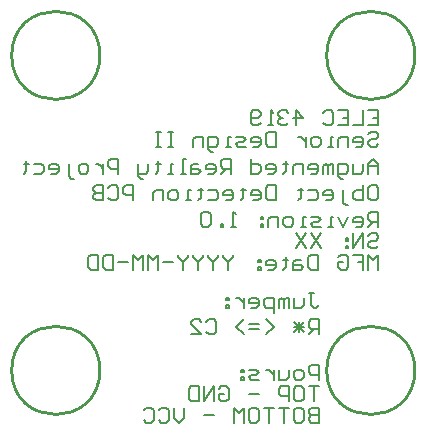
<source format=gbr>
G04 Layer_Color=32896*
%FSLAX26Y26*%
%MOIN*%
%TF.FileFunction,Legend,Bot*%
%TF.Part,Single*%
G01*
G75*
%TA.AperFunction,NonConductor*%
%ADD23C,0.010000*%
%ADD24C,0.005000*%
D23*
X1422054Y225000D02*
G03*
X1422054Y225000I-147054J0D01*
G01*
X372054D02*
G03*
X372054Y225000I-147054J0D01*
G01*
Y1275000D02*
G03*
X372054Y1275000I-147054J0D01*
G01*
X1422054D02*
G03*
X1422054Y1275000I-147054J0D01*
G01*
D24*
X1100870Y193961D02*
Y243945D01*
X1075878D01*
X1067547Y235614D01*
Y218953D01*
X1075878Y210623D01*
X1100870D01*
X1042556Y193961D02*
X1025894D01*
X1017564Y202292D01*
Y218953D01*
X1025894Y227284D01*
X1042556D01*
X1050886Y218953D01*
Y202292D01*
X1042556Y193961D01*
X1000902Y227284D02*
Y202292D01*
X992572Y193961D01*
X967580D01*
Y227284D01*
X950919D02*
Y193961D01*
Y210623D01*
X942588Y218953D01*
X934257Y227284D01*
X925927D01*
X900935Y193961D02*
X875943D01*
X867612Y202292D01*
X875943Y210623D01*
X892604D01*
X900935Y218953D01*
X892604Y227284D01*
X867612D01*
X850951D02*
X842620D01*
Y218953D01*
X850951D01*
Y227284D01*
Y202292D02*
X842620D01*
Y193961D01*
X850951D01*
Y202292D01*
X1100870Y171964D02*
X1067547D01*
X1084209D01*
Y121981D01*
X1025894Y171964D02*
X1042556D01*
X1050886Y163634D01*
Y130311D01*
X1042556Y121981D01*
X1025894D01*
X1017564Y130311D01*
Y163634D01*
X1025894Y171964D01*
X1000902Y121981D02*
Y171964D01*
X975910D01*
X967580Y163634D01*
Y146972D01*
X975910Y138642D01*
X1000902D01*
X900935Y146972D02*
X867612D01*
X767645Y163634D02*
X775975Y171964D01*
X792637D01*
X800967Y163634D01*
Y130311D01*
X792637Y121981D01*
X775975D01*
X767645Y130311D01*
Y146972D01*
X784306D01*
X750983Y121981D02*
Y171964D01*
X717661Y121981D01*
Y171964D01*
X701000D02*
Y121981D01*
X676008D01*
X667677Y130311D01*
Y163634D01*
X676008Y171964D01*
X701000D01*
X1100870Y99984D02*
Y50000D01*
X1075878D01*
X1067547Y58331D01*
Y66661D01*
X1075878Y74992D01*
X1100870D01*
X1075878D01*
X1067547Y83323D01*
Y91653D01*
X1075878Y99984D01*
X1100870D01*
X1025894D02*
X1042556D01*
X1050886Y91653D01*
Y58331D01*
X1042556Y50000D01*
X1025894D01*
X1017564Y58331D01*
Y91653D01*
X1025894Y99984D01*
X1000902D02*
X967580D01*
X984241D01*
Y50000D01*
X950919Y99984D02*
X917596D01*
X934257D01*
Y50000D01*
X875943Y99984D02*
X892604D01*
X900935Y91653D01*
Y58331D01*
X892604Y50000D01*
X875943D01*
X867612Y58331D01*
Y91653D01*
X875943Y99984D01*
X850951Y50000D02*
Y99984D01*
X834290Y83323D01*
X817628Y99984D01*
Y50000D01*
X750983Y74992D02*
X717661D01*
X651016Y99984D02*
Y66661D01*
X634355Y50000D01*
X617693Y66661D01*
Y99984D01*
X567709Y91653D02*
X576040Y99984D01*
X592701D01*
X601032Y91653D01*
Y58331D01*
X592701Y50000D01*
X576040D01*
X567709Y58331D01*
X517726Y91653D02*
X526056Y99984D01*
X542718D01*
X551048Y91653D01*
Y58331D01*
X542718Y50000D01*
X526056D01*
X517726Y58331D01*
X1267097Y1091851D02*
X1300420D01*
Y1041868D01*
X1267097D01*
X1300420Y1066859D02*
X1283759D01*
X1250436Y1091851D02*
Y1041868D01*
X1217114D01*
X1167130Y1091851D02*
X1200452D01*
Y1041868D01*
X1167130D01*
X1200452Y1066859D02*
X1183791D01*
X1117146Y1083521D02*
X1125477Y1091851D01*
X1142138D01*
X1150469Y1083521D01*
Y1050198D01*
X1142138Y1041868D01*
X1125477D01*
X1117146Y1050198D01*
X1025509Y1041868D02*
Y1091851D01*
X1050501Y1066859D01*
X1017178D01*
X1000517Y1083521D02*
X992187Y1091851D01*
X975525D01*
X967195Y1083521D01*
Y1075190D01*
X975525Y1066859D01*
X983856D01*
X975525D01*
X967195Y1058529D01*
Y1050198D01*
X975525Y1041868D01*
X992187D01*
X1000517Y1050198D01*
X950533Y1041868D02*
X933872D01*
X942203D01*
Y1091851D01*
X950533Y1083521D01*
X908880Y1050198D02*
X900550Y1041868D01*
X883888D01*
X875558Y1050198D01*
Y1083521D01*
X883888Y1091851D01*
X900550D01*
X908880Y1083521D01*
Y1075190D01*
X900550Y1066859D01*
X875558D01*
X1267097Y1011540D02*
X1275428Y1019871D01*
X1292089D01*
X1300420Y1011540D01*
Y1003210D01*
X1292089Y994879D01*
X1275428D01*
X1267097Y986548D01*
Y978217D01*
X1275428Y969887D01*
X1292089D01*
X1300420Y978217D01*
X1225444Y969887D02*
X1242106D01*
X1250436Y978217D01*
Y994879D01*
X1242106Y1003210D01*
X1225444D01*
X1217114Y994879D01*
Y986548D01*
X1250436D01*
X1200452Y969887D02*
Y1003210D01*
X1175460D01*
X1167130Y994879D01*
Y969887D01*
X1150469D02*
X1133807D01*
X1142138D01*
Y1003210D01*
X1150469D01*
X1100485Y969887D02*
X1083823D01*
X1075493Y978217D01*
Y994879D01*
X1083823Y1003210D01*
X1100485D01*
X1108815Y994879D01*
Y978217D01*
X1100485Y969887D01*
X1058832Y1003210D02*
Y969887D01*
Y986548D01*
X1050501Y994879D01*
X1042170Y1003210D01*
X1033840D01*
X958864Y1019871D02*
Y969887D01*
X933872D01*
X925541Y978217D01*
Y1011540D01*
X933872Y1019871D01*
X958864D01*
X883888Y969887D02*
X900550D01*
X908880Y978217D01*
Y994879D01*
X900550Y1003210D01*
X883888D01*
X875558Y994879D01*
Y986548D01*
X908880D01*
X858896Y969887D02*
X833904D01*
X825574Y978217D01*
X833904Y986548D01*
X850566D01*
X858896Y994879D01*
X850566Y1003210D01*
X825574D01*
X808913Y969887D02*
X792251D01*
X800582D01*
Y1003210D01*
X808913D01*
X750598Y953226D02*
X742268D01*
X733937Y961556D01*
Y1003210D01*
X758929D01*
X767259Y994879D01*
Y978217D01*
X758929Y969887D01*
X733937D01*
X717276D02*
Y1003210D01*
X692284D01*
X683953Y994879D01*
Y969887D01*
X617308Y1019871D02*
X600647D01*
X608977D01*
Y969887D01*
X617308D01*
X600647D01*
X575655Y1019871D02*
X558994D01*
X567324D01*
Y969887D01*
X575655D01*
X558994D01*
X1300420Y881245D02*
Y914568D01*
X1283759Y931229D01*
X1267097Y914568D01*
Y881245D01*
Y906237D01*
X1300420D01*
X1250436Y914568D02*
Y889576D01*
X1242106Y881245D01*
X1217114D01*
Y914568D01*
X1183791Y864584D02*
X1175460D01*
X1167130Y872914D01*
Y914568D01*
X1192122D01*
X1200452Y906237D01*
Y889576D01*
X1192122Y881245D01*
X1167130D01*
X1150469D02*
Y914568D01*
X1142138D01*
X1133807Y906237D01*
Y881245D01*
Y906237D01*
X1125477Y914568D01*
X1117146Y906237D01*
Y881245D01*
X1075493D02*
X1092154D01*
X1100485Y889576D01*
Y906237D01*
X1092154Y914568D01*
X1075493D01*
X1067162Y906237D01*
Y897906D01*
X1100485D01*
X1050501Y881245D02*
Y914568D01*
X1025509D01*
X1017178Y906237D01*
Y881245D01*
X992187Y922898D02*
Y914568D01*
X1000517D01*
X983856D01*
X992187D01*
Y889576D01*
X983856Y881245D01*
X933872D02*
X950533D01*
X958864Y889576D01*
Y906237D01*
X950533Y914568D01*
X933872D01*
X925541Y906237D01*
Y897906D01*
X958864D01*
X875558Y931229D02*
Y881245D01*
X900550D01*
X908880Y889576D01*
Y906237D01*
X900550Y914568D01*
X875558D01*
X808913Y881245D02*
Y931229D01*
X783921D01*
X775590Y922898D01*
Y906237D01*
X783921Y897906D01*
X808913D01*
X792251D02*
X775590Y881245D01*
X733937D02*
X750598D01*
X758929Y889576D01*
Y906237D01*
X750598Y914568D01*
X733937D01*
X725606Y906237D01*
Y897906D01*
X758929D01*
X700614Y914568D02*
X683953D01*
X675622Y906237D01*
Y881245D01*
X700614D01*
X708945Y889576D01*
X700614Y897906D01*
X675622D01*
X658961Y881245D02*
X642300D01*
X650631D01*
Y931229D01*
X658961D01*
X617308Y881245D02*
X600647D01*
X608977D01*
Y914568D01*
X617308D01*
X567324Y922898D02*
Y914568D01*
X575655D01*
X558994D01*
X567324D01*
Y889576D01*
X558994Y881245D01*
X534002Y914568D02*
Y889576D01*
X525671Y881245D01*
X500679D01*
Y872914D01*
X509010Y864584D01*
X517340D01*
X500679Y881245D02*
Y914568D01*
X434034Y881245D02*
Y931229D01*
X409042D01*
X400711Y922898D01*
Y906237D01*
X409042Y897906D01*
X434034D01*
X384050Y914568D02*
Y881245D01*
Y897906D01*
X375720Y906237D01*
X367389Y914568D01*
X359058D01*
X325736Y881245D02*
X309075D01*
X300744Y889576D01*
Y906237D01*
X309075Y914568D01*
X325736D01*
X334066Y906237D01*
Y889576D01*
X325736Y881245D01*
X284083Y864584D02*
X275752D01*
X267421Y872914D01*
Y914568D01*
X209107Y881245D02*
X225768D01*
X234099Y889576D01*
Y906237D01*
X225768Y914568D01*
X209107D01*
X200776Y906237D01*
Y897906D01*
X234099D01*
X150792Y914568D02*
X175784D01*
X184115Y906237D01*
Y889576D01*
X175784Y881245D01*
X150792D01*
X125801Y922898D02*
Y914568D01*
X134131D01*
X117470D01*
X125801D01*
Y889576D01*
X117470Y881245D01*
X1275428Y842587D02*
X1292089D01*
X1300420Y834256D01*
Y800934D01*
X1292089Y792603D01*
X1275428D01*
X1267097Y800934D01*
Y834256D01*
X1275428Y842587D01*
X1250436D02*
Y792603D01*
X1225444D01*
X1217114Y800934D01*
Y809264D01*
Y817595D01*
X1225444Y825926D01*
X1250436D01*
X1200452Y775942D02*
X1192122D01*
X1183791Y784273D01*
Y825926D01*
X1125477Y792603D02*
X1142138D01*
X1150469Y800934D01*
Y817595D01*
X1142138Y825926D01*
X1125477D01*
X1117146Y817595D01*
Y809264D01*
X1150469D01*
X1067162Y825926D02*
X1092154D01*
X1100485Y817595D01*
Y800934D01*
X1092154Y792603D01*
X1067162D01*
X1042170Y834256D02*
Y825926D01*
X1050501D01*
X1033840D01*
X1042170D01*
Y800934D01*
X1033840Y792603D01*
X958864Y842587D02*
Y792603D01*
X933872D01*
X925541Y800934D01*
Y834256D01*
X933872Y842587D01*
X958864D01*
X883888Y792603D02*
X900550D01*
X908880Y800934D01*
Y817595D01*
X900550Y825926D01*
X883888D01*
X875558Y817595D01*
Y809264D01*
X908880D01*
X850566Y834256D02*
Y825926D01*
X858896D01*
X842235D01*
X850566D01*
Y800934D01*
X842235Y792603D01*
X792251D02*
X808913D01*
X817243Y800934D01*
Y817595D01*
X808913Y825926D01*
X792251D01*
X783921Y817595D01*
Y809264D01*
X817243D01*
X733937Y825926D02*
X758929D01*
X767259Y817595D01*
Y800934D01*
X758929Y792603D01*
X733937D01*
X708945Y834256D02*
Y825926D01*
X717276D01*
X700614D01*
X708945D01*
Y800934D01*
X700614Y792603D01*
X675622D02*
X658961D01*
X667292D01*
Y825926D01*
X675622D01*
X625639Y792603D02*
X608977D01*
X600647Y800934D01*
Y817595D01*
X608977Y825926D01*
X625639D01*
X633969Y817595D01*
Y800934D01*
X625639Y792603D01*
X583985D02*
Y825926D01*
X558994D01*
X550663Y817595D01*
Y792603D01*
X484018D02*
Y842587D01*
X459026D01*
X450695Y834256D01*
Y817595D01*
X459026Y809264D01*
X484018D01*
X400711Y834256D02*
X409042Y842587D01*
X425703D01*
X434034Y834256D01*
Y800934D01*
X425703Y792603D01*
X409042D01*
X400711Y800934D01*
X384050Y842587D02*
Y792603D01*
X359058D01*
X350728Y800934D01*
Y809264D01*
X359058Y817595D01*
X384050D01*
X359058D01*
X350728Y825926D01*
Y834256D01*
X359058Y842587D01*
X384050D01*
X1300420Y703961D02*
Y753945D01*
X1275428D01*
X1267097Y745614D01*
Y728953D01*
X1275428Y720622D01*
X1300420D01*
X1283759D02*
X1267097Y703961D01*
X1225444D02*
X1242106D01*
X1250436Y712292D01*
Y728953D01*
X1242106Y737284D01*
X1225444D01*
X1217114Y728953D01*
Y720622D01*
X1250436D01*
X1200452Y737284D02*
X1183791Y703961D01*
X1167130Y737284D01*
X1150469Y703961D02*
X1133807D01*
X1142138D01*
Y737284D01*
X1150469D01*
X1108815Y703961D02*
X1083823D01*
X1075493Y712292D01*
X1083823Y720622D01*
X1100485D01*
X1108815Y728953D01*
X1100485Y737284D01*
X1075493D01*
X1058832Y703961D02*
X1042170D01*
X1050501D01*
Y737284D01*
X1058832D01*
X1008848Y703961D02*
X992187D01*
X983856Y712292D01*
Y728953D01*
X992187Y737284D01*
X1008848D01*
X1017178Y728953D01*
Y712292D01*
X1008848Y703961D01*
X967195D02*
Y737284D01*
X942203D01*
X933872Y728953D01*
Y703961D01*
X917211Y737284D02*
X908880D01*
Y728953D01*
X917211D01*
Y737284D01*
Y712292D02*
X908880D01*
Y703961D01*
X917211D01*
Y712292D01*
X825574Y703961D02*
X808913D01*
X817243D01*
Y753945D01*
X825574Y745614D01*
X783921Y703961D02*
Y712292D01*
X775590D01*
Y703961D01*
X783921D01*
X742267Y745614D02*
X733937Y753945D01*
X717275D01*
X708945Y745614D01*
Y712292D01*
X717275Y703961D01*
X733937D01*
X742267Y712292D01*
Y745614D01*
X1267097Y673634D02*
X1275428Y681964D01*
X1292089D01*
X1300420Y673634D01*
Y665303D01*
X1292089Y656972D01*
X1275428D01*
X1267097Y648642D01*
Y640311D01*
X1275428Y631981D01*
X1292089D01*
X1300420Y640311D01*
X1250436Y631981D02*
Y681964D01*
X1217114Y631981D01*
Y681964D01*
X1200452Y665303D02*
X1192122D01*
Y656972D01*
X1200452D01*
Y665303D01*
Y640311D02*
X1192122D01*
Y631981D01*
X1200452D01*
Y640311D01*
X1108815Y681964D02*
X1075493Y631981D01*
Y681964D02*
X1108815Y631981D01*
X1058832Y681964D02*
X1025509Y631981D01*
Y681964D02*
X1058832Y631981D01*
X1300420Y560000D02*
Y609984D01*
X1283759Y593323D01*
X1267097Y609984D01*
Y560000D01*
X1217114Y609984D02*
X1250436D01*
Y584992D01*
X1233775D01*
X1250436D01*
Y560000D01*
X1167130Y601653D02*
X1175460Y609984D01*
X1192122D01*
X1200452Y601653D01*
Y568331D01*
X1192122Y560000D01*
X1175460D01*
X1167130Y568331D01*
Y584992D01*
X1183791D01*
X1100485Y609984D02*
Y560000D01*
X1075493D01*
X1067162Y568331D01*
Y601653D01*
X1075493Y609984D01*
X1100485D01*
X1042170Y593323D02*
X1025509D01*
X1017178Y584992D01*
Y560000D01*
X1042170D01*
X1050501Y568331D01*
X1042170Y576661D01*
X1017178D01*
X992187Y601653D02*
Y593323D01*
X1000517D01*
X983856D01*
X992187D01*
Y568331D01*
X983856Y560000D01*
X933872D02*
X950533D01*
X958864Y568331D01*
Y584992D01*
X950533Y593323D01*
X933872D01*
X925541Y584992D01*
Y576661D01*
X958864D01*
X908880Y593323D02*
X900550D01*
Y584992D01*
X908880D01*
Y593323D01*
Y568331D02*
X900550D01*
Y560000D01*
X908880D01*
Y568331D01*
X817243Y609984D02*
Y601653D01*
X800582Y584992D01*
X783921Y601653D01*
Y609984D01*
X800582Y584992D02*
Y560000D01*
X767259Y609984D02*
Y601653D01*
X750598Y584992D01*
X733937Y601653D01*
Y609984D01*
X750598Y584992D02*
Y560000D01*
X717276Y609984D02*
Y601653D01*
X700614Y584992D01*
X683953Y601653D01*
Y609984D01*
X700614Y584992D02*
Y560000D01*
X667292Y609984D02*
Y601653D01*
X650630Y584992D01*
X633969Y601653D01*
Y609984D01*
X650630Y584992D02*
Y560000D01*
X617308Y584992D02*
X583985D01*
X567324Y560000D02*
Y609984D01*
X550663Y593323D01*
X534002Y609984D01*
Y560000D01*
X517340D02*
Y609984D01*
X500679Y593323D01*
X484018Y609984D01*
Y560000D01*
X467357Y584992D02*
X434034D01*
X417373Y609984D02*
Y560000D01*
X392381D01*
X384050Y568331D01*
Y601653D01*
X392381Y609984D01*
X417373D01*
X367389D02*
Y560000D01*
X342397D01*
X334066Y568331D01*
Y601653D01*
X342397Y609984D01*
X367389D01*
X1068677Y483626D02*
X1085339D01*
X1077008D01*
Y441973D01*
X1085339Y433642D01*
X1093669D01*
X1102000Y441973D01*
X1052016Y466964D02*
Y441973D01*
X1043686Y433642D01*
X1018694D01*
Y466964D01*
X1002032Y433642D02*
Y466964D01*
X993702D01*
X985371Y458634D01*
Y433642D01*
Y458634D01*
X977040Y466964D01*
X968710Y458634D01*
Y433642D01*
X952049Y416981D02*
Y466964D01*
X927057D01*
X918726Y458634D01*
Y441973D01*
X927057Y433642D01*
X952049D01*
X877073D02*
X893734D01*
X902065Y441973D01*
Y458634D01*
X893734Y466964D01*
X877073D01*
X868742Y458634D01*
Y450303D01*
X902065D01*
X852081Y466964D02*
Y433642D01*
Y450303D01*
X843750Y458634D01*
X835420Y466964D01*
X827089D01*
X802097D02*
X793767D01*
Y458634D01*
X802097D01*
Y466964D01*
Y441973D02*
X793767D01*
Y433642D01*
X802097D01*
Y441973D01*
X1102000Y345000D02*
Y394984D01*
X1077008D01*
X1068677Y386653D01*
Y369992D01*
X1077008Y361661D01*
X1102000D01*
X1085339D02*
X1068677Y345000D01*
X1052016Y386653D02*
X1018694Y353331D01*
X1052016D02*
X1018694Y386653D01*
X1052016Y369992D02*
X1018694D01*
X1035355Y353331D02*
Y386653D01*
X927057Y345000D02*
X952049Y369992D01*
X927057Y394984D01*
X902065Y361661D02*
X868742D01*
X902065Y378323D02*
X868742D01*
X852081Y345000D02*
X827089Y369992D01*
X852081Y394984D01*
X727121Y386653D02*
X735452Y394984D01*
X752113D01*
X760444Y386653D01*
Y353331D01*
X752113Y345000D01*
X735452D01*
X727121Y353331D01*
X677138Y345000D02*
X710460D01*
X677138Y378323D01*
Y386653D01*
X685468Y394984D01*
X702130D01*
X710460Y386653D01*
%TF.MD5,69ed727f39a9939a5017c546cf1e3f8b*%
M02*

</source>
